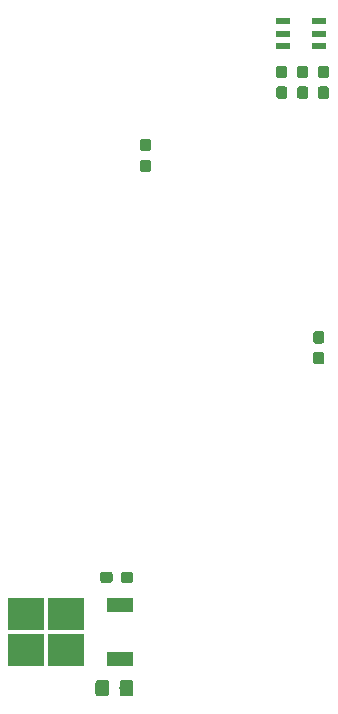
<source format=gbr>
G04 #@! TF.GenerationSoftware,KiCad,Pcbnew,(5.1.4-0-10_14)*
G04 #@! TF.CreationDate,2020-05-04T21:59:13+12:00*
G04 #@! TF.ProjectId,Hand Mesurement Device,48616e64-204d-4657-9375-72656d656e74,rev?*
G04 #@! TF.SameCoordinates,Original*
G04 #@! TF.FileFunction,Paste,Top*
G04 #@! TF.FilePolarity,Positive*
%FSLAX46Y46*%
G04 Gerber Fmt 4.6, Leading zero omitted, Abs format (unit mm)*
G04 Created by KiCad (PCBNEW (5.1.4-0-10_14)) date 2020-05-04 21:59:13*
%MOMM*%
%LPD*%
G04 APERTURE LIST*
%ADD10C,0.100000*%
%ADD11C,0.950000*%
%ADD12C,1.150000*%
%ADD13R,1.200000X0.600000*%
%ADD14R,2.200000X1.200000*%
%ADD15R,3.050000X2.750000*%
G04 APERTURE END LIST*
D10*
G36*
X150673279Y-75851144D02*
G01*
X150696334Y-75854563D01*
X150718943Y-75860227D01*
X150740887Y-75868079D01*
X150761957Y-75878044D01*
X150781948Y-75890026D01*
X150800668Y-75903910D01*
X150817938Y-75919562D01*
X150833590Y-75936832D01*
X150847474Y-75955552D01*
X150859456Y-75975543D01*
X150869421Y-75996613D01*
X150877273Y-76018557D01*
X150882937Y-76041166D01*
X150886356Y-76064221D01*
X150887500Y-76087500D01*
X150887500Y-76662500D01*
X150886356Y-76685779D01*
X150882937Y-76708834D01*
X150877273Y-76731443D01*
X150869421Y-76753387D01*
X150859456Y-76774457D01*
X150847474Y-76794448D01*
X150833590Y-76813168D01*
X150817938Y-76830438D01*
X150800668Y-76846090D01*
X150781948Y-76859974D01*
X150761957Y-76871956D01*
X150740887Y-76881921D01*
X150718943Y-76889773D01*
X150696334Y-76895437D01*
X150673279Y-76898856D01*
X150650000Y-76900000D01*
X150175000Y-76900000D01*
X150151721Y-76898856D01*
X150128666Y-76895437D01*
X150106057Y-76889773D01*
X150084113Y-76881921D01*
X150063043Y-76871956D01*
X150043052Y-76859974D01*
X150024332Y-76846090D01*
X150007062Y-76830438D01*
X149991410Y-76813168D01*
X149977526Y-76794448D01*
X149965544Y-76774457D01*
X149955579Y-76753387D01*
X149947727Y-76731443D01*
X149942063Y-76708834D01*
X149938644Y-76685779D01*
X149937500Y-76662500D01*
X149937500Y-76087500D01*
X149938644Y-76064221D01*
X149942063Y-76041166D01*
X149947727Y-76018557D01*
X149955579Y-75996613D01*
X149965544Y-75975543D01*
X149977526Y-75955552D01*
X149991410Y-75936832D01*
X150007062Y-75919562D01*
X150024332Y-75903910D01*
X150043052Y-75890026D01*
X150063043Y-75878044D01*
X150084113Y-75868079D01*
X150106057Y-75860227D01*
X150128666Y-75854563D01*
X150151721Y-75851144D01*
X150175000Y-75850000D01*
X150650000Y-75850000D01*
X150673279Y-75851144D01*
X150673279Y-75851144D01*
G37*
D11*
X150412500Y-76375000D03*
D10*
G36*
X150673279Y-74101144D02*
G01*
X150696334Y-74104563D01*
X150718943Y-74110227D01*
X150740887Y-74118079D01*
X150761957Y-74128044D01*
X150781948Y-74140026D01*
X150800668Y-74153910D01*
X150817938Y-74169562D01*
X150833590Y-74186832D01*
X150847474Y-74205552D01*
X150859456Y-74225543D01*
X150869421Y-74246613D01*
X150877273Y-74268557D01*
X150882937Y-74291166D01*
X150886356Y-74314221D01*
X150887500Y-74337500D01*
X150887500Y-74912500D01*
X150886356Y-74935779D01*
X150882937Y-74958834D01*
X150877273Y-74981443D01*
X150869421Y-75003387D01*
X150859456Y-75024457D01*
X150847474Y-75044448D01*
X150833590Y-75063168D01*
X150817938Y-75080438D01*
X150800668Y-75096090D01*
X150781948Y-75109974D01*
X150761957Y-75121956D01*
X150740887Y-75131921D01*
X150718943Y-75139773D01*
X150696334Y-75145437D01*
X150673279Y-75148856D01*
X150650000Y-75150000D01*
X150175000Y-75150000D01*
X150151721Y-75148856D01*
X150128666Y-75145437D01*
X150106057Y-75139773D01*
X150084113Y-75131921D01*
X150063043Y-75121956D01*
X150043052Y-75109974D01*
X150024332Y-75096090D01*
X150007062Y-75080438D01*
X149991410Y-75063168D01*
X149977526Y-75044448D01*
X149965544Y-75024457D01*
X149955579Y-75003387D01*
X149947727Y-74981443D01*
X149942063Y-74958834D01*
X149938644Y-74935779D01*
X149937500Y-74912500D01*
X149937500Y-74337500D01*
X149938644Y-74314221D01*
X149942063Y-74291166D01*
X149947727Y-74268557D01*
X149955579Y-74246613D01*
X149965544Y-74225543D01*
X149977526Y-74205552D01*
X149991410Y-74186832D01*
X150007062Y-74169562D01*
X150024332Y-74153910D01*
X150043052Y-74140026D01*
X150063043Y-74128044D01*
X150084113Y-74118079D01*
X150106057Y-74110227D01*
X150128666Y-74104563D01*
X150151721Y-74101144D01*
X150175000Y-74100000D01*
X150650000Y-74100000D01*
X150673279Y-74101144D01*
X150673279Y-74101144D01*
G37*
D11*
X150412500Y-74625000D03*
D10*
G36*
X134105779Y-116946144D02*
G01*
X134128834Y-116949563D01*
X134151443Y-116955227D01*
X134173387Y-116963079D01*
X134194457Y-116973044D01*
X134214448Y-116985026D01*
X134233168Y-116998910D01*
X134250438Y-117014562D01*
X134266090Y-117031832D01*
X134279974Y-117050552D01*
X134291956Y-117070543D01*
X134301921Y-117091613D01*
X134309773Y-117113557D01*
X134315437Y-117136166D01*
X134318856Y-117159221D01*
X134320000Y-117182500D01*
X134320000Y-117657500D01*
X134318856Y-117680779D01*
X134315437Y-117703834D01*
X134309773Y-117726443D01*
X134301921Y-117748387D01*
X134291956Y-117769457D01*
X134279974Y-117789448D01*
X134266090Y-117808168D01*
X134250438Y-117825438D01*
X134233168Y-117841090D01*
X134214448Y-117854974D01*
X134194457Y-117866956D01*
X134173387Y-117876921D01*
X134151443Y-117884773D01*
X134128834Y-117890437D01*
X134105779Y-117893856D01*
X134082500Y-117895000D01*
X133507500Y-117895000D01*
X133484221Y-117893856D01*
X133461166Y-117890437D01*
X133438557Y-117884773D01*
X133416613Y-117876921D01*
X133395543Y-117866956D01*
X133375552Y-117854974D01*
X133356832Y-117841090D01*
X133339562Y-117825438D01*
X133323910Y-117808168D01*
X133310026Y-117789448D01*
X133298044Y-117769457D01*
X133288079Y-117748387D01*
X133280227Y-117726443D01*
X133274563Y-117703834D01*
X133271144Y-117680779D01*
X133270000Y-117657500D01*
X133270000Y-117182500D01*
X133271144Y-117159221D01*
X133274563Y-117136166D01*
X133280227Y-117113557D01*
X133288079Y-117091613D01*
X133298044Y-117070543D01*
X133310026Y-117050552D01*
X133323910Y-117031832D01*
X133339562Y-117014562D01*
X133356832Y-116998910D01*
X133375552Y-116985026D01*
X133395543Y-116973044D01*
X133416613Y-116963079D01*
X133438557Y-116955227D01*
X133461166Y-116949563D01*
X133484221Y-116946144D01*
X133507500Y-116945000D01*
X134082500Y-116945000D01*
X134105779Y-116946144D01*
X134105779Y-116946144D01*
G37*
D11*
X133795000Y-117420000D03*
D10*
G36*
X135855779Y-116946144D02*
G01*
X135878834Y-116949563D01*
X135901443Y-116955227D01*
X135923387Y-116963079D01*
X135944457Y-116973044D01*
X135964448Y-116985026D01*
X135983168Y-116998910D01*
X136000438Y-117014562D01*
X136016090Y-117031832D01*
X136029974Y-117050552D01*
X136041956Y-117070543D01*
X136051921Y-117091613D01*
X136059773Y-117113557D01*
X136065437Y-117136166D01*
X136068856Y-117159221D01*
X136070000Y-117182500D01*
X136070000Y-117657500D01*
X136068856Y-117680779D01*
X136065437Y-117703834D01*
X136059773Y-117726443D01*
X136051921Y-117748387D01*
X136041956Y-117769457D01*
X136029974Y-117789448D01*
X136016090Y-117808168D01*
X136000438Y-117825438D01*
X135983168Y-117841090D01*
X135964448Y-117854974D01*
X135944457Y-117866956D01*
X135923387Y-117876921D01*
X135901443Y-117884773D01*
X135878834Y-117890437D01*
X135855779Y-117893856D01*
X135832500Y-117895000D01*
X135257500Y-117895000D01*
X135234221Y-117893856D01*
X135211166Y-117890437D01*
X135188557Y-117884773D01*
X135166613Y-117876921D01*
X135145543Y-117866956D01*
X135125552Y-117854974D01*
X135106832Y-117841090D01*
X135089562Y-117825438D01*
X135073910Y-117808168D01*
X135060026Y-117789448D01*
X135048044Y-117769457D01*
X135038079Y-117748387D01*
X135030227Y-117726443D01*
X135024563Y-117703834D01*
X135021144Y-117680779D01*
X135020000Y-117657500D01*
X135020000Y-117182500D01*
X135021144Y-117159221D01*
X135024563Y-117136166D01*
X135030227Y-117113557D01*
X135038079Y-117091613D01*
X135048044Y-117070543D01*
X135060026Y-117050552D01*
X135073910Y-117031832D01*
X135089562Y-117014562D01*
X135106832Y-116998910D01*
X135125552Y-116985026D01*
X135145543Y-116973044D01*
X135166613Y-116963079D01*
X135188557Y-116955227D01*
X135211166Y-116949563D01*
X135234221Y-116946144D01*
X135257500Y-116945000D01*
X135832500Y-116945000D01*
X135855779Y-116946144D01*
X135855779Y-116946144D01*
G37*
D11*
X135545000Y-117420000D03*
D10*
G36*
X137368879Y-82051144D02*
G01*
X137391934Y-82054563D01*
X137414543Y-82060227D01*
X137436487Y-82068079D01*
X137457557Y-82078044D01*
X137477548Y-82090026D01*
X137496268Y-82103910D01*
X137513538Y-82119562D01*
X137529190Y-82136832D01*
X137543074Y-82155552D01*
X137555056Y-82175543D01*
X137565021Y-82196613D01*
X137572873Y-82218557D01*
X137578537Y-82241166D01*
X137581956Y-82264221D01*
X137583100Y-82287500D01*
X137583100Y-82862500D01*
X137581956Y-82885779D01*
X137578537Y-82908834D01*
X137572873Y-82931443D01*
X137565021Y-82953387D01*
X137555056Y-82974457D01*
X137543074Y-82994448D01*
X137529190Y-83013168D01*
X137513538Y-83030438D01*
X137496268Y-83046090D01*
X137477548Y-83059974D01*
X137457557Y-83071956D01*
X137436487Y-83081921D01*
X137414543Y-83089773D01*
X137391934Y-83095437D01*
X137368879Y-83098856D01*
X137345600Y-83100000D01*
X136870600Y-83100000D01*
X136847321Y-83098856D01*
X136824266Y-83095437D01*
X136801657Y-83089773D01*
X136779713Y-83081921D01*
X136758643Y-83071956D01*
X136738652Y-83059974D01*
X136719932Y-83046090D01*
X136702662Y-83030438D01*
X136687010Y-83013168D01*
X136673126Y-82994448D01*
X136661144Y-82974457D01*
X136651179Y-82953387D01*
X136643327Y-82931443D01*
X136637663Y-82908834D01*
X136634244Y-82885779D01*
X136633100Y-82862500D01*
X136633100Y-82287500D01*
X136634244Y-82264221D01*
X136637663Y-82241166D01*
X136643327Y-82218557D01*
X136651179Y-82196613D01*
X136661144Y-82175543D01*
X136673126Y-82155552D01*
X136687010Y-82136832D01*
X136702662Y-82119562D01*
X136719932Y-82103910D01*
X136738652Y-82090026D01*
X136758643Y-82078044D01*
X136779713Y-82068079D01*
X136801657Y-82060227D01*
X136824266Y-82054563D01*
X136847321Y-82051144D01*
X136870600Y-82050000D01*
X137345600Y-82050000D01*
X137368879Y-82051144D01*
X137368879Y-82051144D01*
G37*
D11*
X137108100Y-82575000D03*
D10*
G36*
X137368879Y-80301144D02*
G01*
X137391934Y-80304563D01*
X137414543Y-80310227D01*
X137436487Y-80318079D01*
X137457557Y-80328044D01*
X137477548Y-80340026D01*
X137496268Y-80353910D01*
X137513538Y-80369562D01*
X137529190Y-80386832D01*
X137543074Y-80405552D01*
X137555056Y-80425543D01*
X137565021Y-80446613D01*
X137572873Y-80468557D01*
X137578537Y-80491166D01*
X137581956Y-80514221D01*
X137583100Y-80537500D01*
X137583100Y-81112500D01*
X137581956Y-81135779D01*
X137578537Y-81158834D01*
X137572873Y-81181443D01*
X137565021Y-81203387D01*
X137555056Y-81224457D01*
X137543074Y-81244448D01*
X137529190Y-81263168D01*
X137513538Y-81280438D01*
X137496268Y-81296090D01*
X137477548Y-81309974D01*
X137457557Y-81321956D01*
X137436487Y-81331921D01*
X137414543Y-81339773D01*
X137391934Y-81345437D01*
X137368879Y-81348856D01*
X137345600Y-81350000D01*
X136870600Y-81350000D01*
X136847321Y-81348856D01*
X136824266Y-81345437D01*
X136801657Y-81339773D01*
X136779713Y-81331921D01*
X136758643Y-81321956D01*
X136738652Y-81309974D01*
X136719932Y-81296090D01*
X136702662Y-81280438D01*
X136687010Y-81263168D01*
X136673126Y-81244448D01*
X136661144Y-81224457D01*
X136651179Y-81203387D01*
X136643327Y-81181443D01*
X136637663Y-81158834D01*
X136634244Y-81135779D01*
X136633100Y-81112500D01*
X136633100Y-80537500D01*
X136634244Y-80514221D01*
X136637663Y-80491166D01*
X136643327Y-80468557D01*
X136651179Y-80446613D01*
X136661144Y-80425543D01*
X136673126Y-80405552D01*
X136687010Y-80386832D01*
X136702662Y-80369562D01*
X136719932Y-80353910D01*
X136738652Y-80340026D01*
X136758643Y-80328044D01*
X136779713Y-80318079D01*
X136801657Y-80310227D01*
X136824266Y-80304563D01*
X136847321Y-80301144D01*
X136870600Y-80300000D01*
X137345600Y-80300000D01*
X137368879Y-80301144D01*
X137368879Y-80301144D01*
G37*
D11*
X137108100Y-80825000D03*
D10*
G36*
X152435779Y-74101144D02*
G01*
X152458834Y-74104563D01*
X152481443Y-74110227D01*
X152503387Y-74118079D01*
X152524457Y-74128044D01*
X152544448Y-74140026D01*
X152563168Y-74153910D01*
X152580438Y-74169562D01*
X152596090Y-74186832D01*
X152609974Y-74205552D01*
X152621956Y-74225543D01*
X152631921Y-74246613D01*
X152639773Y-74268557D01*
X152645437Y-74291166D01*
X152648856Y-74314221D01*
X152650000Y-74337500D01*
X152650000Y-74912500D01*
X152648856Y-74935779D01*
X152645437Y-74958834D01*
X152639773Y-74981443D01*
X152631921Y-75003387D01*
X152621956Y-75024457D01*
X152609974Y-75044448D01*
X152596090Y-75063168D01*
X152580438Y-75080438D01*
X152563168Y-75096090D01*
X152544448Y-75109974D01*
X152524457Y-75121956D01*
X152503387Y-75131921D01*
X152481443Y-75139773D01*
X152458834Y-75145437D01*
X152435779Y-75148856D01*
X152412500Y-75150000D01*
X151937500Y-75150000D01*
X151914221Y-75148856D01*
X151891166Y-75145437D01*
X151868557Y-75139773D01*
X151846613Y-75131921D01*
X151825543Y-75121956D01*
X151805552Y-75109974D01*
X151786832Y-75096090D01*
X151769562Y-75080438D01*
X151753910Y-75063168D01*
X151740026Y-75044448D01*
X151728044Y-75024457D01*
X151718079Y-75003387D01*
X151710227Y-74981443D01*
X151704563Y-74958834D01*
X151701144Y-74935779D01*
X151700000Y-74912500D01*
X151700000Y-74337500D01*
X151701144Y-74314221D01*
X151704563Y-74291166D01*
X151710227Y-74268557D01*
X151718079Y-74246613D01*
X151728044Y-74225543D01*
X151740026Y-74205552D01*
X151753910Y-74186832D01*
X151769562Y-74169562D01*
X151786832Y-74153910D01*
X151805552Y-74140026D01*
X151825543Y-74128044D01*
X151846613Y-74118079D01*
X151868557Y-74110227D01*
X151891166Y-74104563D01*
X151914221Y-74101144D01*
X151937500Y-74100000D01*
X152412500Y-74100000D01*
X152435779Y-74101144D01*
X152435779Y-74101144D01*
G37*
D11*
X152175000Y-74625000D03*
D10*
G36*
X152435779Y-75851144D02*
G01*
X152458834Y-75854563D01*
X152481443Y-75860227D01*
X152503387Y-75868079D01*
X152524457Y-75878044D01*
X152544448Y-75890026D01*
X152563168Y-75903910D01*
X152580438Y-75919562D01*
X152596090Y-75936832D01*
X152609974Y-75955552D01*
X152621956Y-75975543D01*
X152631921Y-75996613D01*
X152639773Y-76018557D01*
X152645437Y-76041166D01*
X152648856Y-76064221D01*
X152650000Y-76087500D01*
X152650000Y-76662500D01*
X152648856Y-76685779D01*
X152645437Y-76708834D01*
X152639773Y-76731443D01*
X152631921Y-76753387D01*
X152621956Y-76774457D01*
X152609974Y-76794448D01*
X152596090Y-76813168D01*
X152580438Y-76830438D01*
X152563168Y-76846090D01*
X152544448Y-76859974D01*
X152524457Y-76871956D01*
X152503387Y-76881921D01*
X152481443Y-76889773D01*
X152458834Y-76895437D01*
X152435779Y-76898856D01*
X152412500Y-76900000D01*
X151937500Y-76900000D01*
X151914221Y-76898856D01*
X151891166Y-76895437D01*
X151868557Y-76889773D01*
X151846613Y-76881921D01*
X151825543Y-76871956D01*
X151805552Y-76859974D01*
X151786832Y-76846090D01*
X151769562Y-76830438D01*
X151753910Y-76813168D01*
X151740026Y-76794448D01*
X151728044Y-76774457D01*
X151718079Y-76753387D01*
X151710227Y-76731443D01*
X151704563Y-76708834D01*
X151701144Y-76685779D01*
X151700000Y-76662500D01*
X151700000Y-76087500D01*
X151701144Y-76064221D01*
X151704563Y-76041166D01*
X151710227Y-76018557D01*
X151718079Y-75996613D01*
X151728044Y-75975543D01*
X151740026Y-75955552D01*
X151753910Y-75936832D01*
X151769562Y-75919562D01*
X151786832Y-75903910D01*
X151805552Y-75890026D01*
X151825543Y-75878044D01*
X151846613Y-75868079D01*
X151868557Y-75860227D01*
X151891166Y-75854563D01*
X151914221Y-75851144D01*
X151937500Y-75850000D01*
X152412500Y-75850000D01*
X152435779Y-75851144D01*
X152435779Y-75851144D01*
G37*
D11*
X152175000Y-76375000D03*
D10*
G36*
X148910779Y-75851144D02*
G01*
X148933834Y-75854563D01*
X148956443Y-75860227D01*
X148978387Y-75868079D01*
X148999457Y-75878044D01*
X149019448Y-75890026D01*
X149038168Y-75903910D01*
X149055438Y-75919562D01*
X149071090Y-75936832D01*
X149084974Y-75955552D01*
X149096956Y-75975543D01*
X149106921Y-75996613D01*
X149114773Y-76018557D01*
X149120437Y-76041166D01*
X149123856Y-76064221D01*
X149125000Y-76087500D01*
X149125000Y-76662500D01*
X149123856Y-76685779D01*
X149120437Y-76708834D01*
X149114773Y-76731443D01*
X149106921Y-76753387D01*
X149096956Y-76774457D01*
X149084974Y-76794448D01*
X149071090Y-76813168D01*
X149055438Y-76830438D01*
X149038168Y-76846090D01*
X149019448Y-76859974D01*
X148999457Y-76871956D01*
X148978387Y-76881921D01*
X148956443Y-76889773D01*
X148933834Y-76895437D01*
X148910779Y-76898856D01*
X148887500Y-76900000D01*
X148412500Y-76900000D01*
X148389221Y-76898856D01*
X148366166Y-76895437D01*
X148343557Y-76889773D01*
X148321613Y-76881921D01*
X148300543Y-76871956D01*
X148280552Y-76859974D01*
X148261832Y-76846090D01*
X148244562Y-76830438D01*
X148228910Y-76813168D01*
X148215026Y-76794448D01*
X148203044Y-76774457D01*
X148193079Y-76753387D01*
X148185227Y-76731443D01*
X148179563Y-76708834D01*
X148176144Y-76685779D01*
X148175000Y-76662500D01*
X148175000Y-76087500D01*
X148176144Y-76064221D01*
X148179563Y-76041166D01*
X148185227Y-76018557D01*
X148193079Y-75996613D01*
X148203044Y-75975543D01*
X148215026Y-75955552D01*
X148228910Y-75936832D01*
X148244562Y-75919562D01*
X148261832Y-75903910D01*
X148280552Y-75890026D01*
X148300543Y-75878044D01*
X148321613Y-75868079D01*
X148343557Y-75860227D01*
X148366166Y-75854563D01*
X148389221Y-75851144D01*
X148412500Y-75850000D01*
X148887500Y-75850000D01*
X148910779Y-75851144D01*
X148910779Y-75851144D01*
G37*
D11*
X148650000Y-76375000D03*
D10*
G36*
X148910779Y-74101144D02*
G01*
X148933834Y-74104563D01*
X148956443Y-74110227D01*
X148978387Y-74118079D01*
X148999457Y-74128044D01*
X149019448Y-74140026D01*
X149038168Y-74153910D01*
X149055438Y-74169562D01*
X149071090Y-74186832D01*
X149084974Y-74205552D01*
X149096956Y-74225543D01*
X149106921Y-74246613D01*
X149114773Y-74268557D01*
X149120437Y-74291166D01*
X149123856Y-74314221D01*
X149125000Y-74337500D01*
X149125000Y-74912500D01*
X149123856Y-74935779D01*
X149120437Y-74958834D01*
X149114773Y-74981443D01*
X149106921Y-75003387D01*
X149096956Y-75024457D01*
X149084974Y-75044448D01*
X149071090Y-75063168D01*
X149055438Y-75080438D01*
X149038168Y-75096090D01*
X149019448Y-75109974D01*
X148999457Y-75121956D01*
X148978387Y-75131921D01*
X148956443Y-75139773D01*
X148933834Y-75145437D01*
X148910779Y-75148856D01*
X148887500Y-75150000D01*
X148412500Y-75150000D01*
X148389221Y-75148856D01*
X148366166Y-75145437D01*
X148343557Y-75139773D01*
X148321613Y-75131921D01*
X148300543Y-75121956D01*
X148280552Y-75109974D01*
X148261832Y-75096090D01*
X148244562Y-75080438D01*
X148228910Y-75063168D01*
X148215026Y-75044448D01*
X148203044Y-75024457D01*
X148193079Y-75003387D01*
X148185227Y-74981443D01*
X148179563Y-74958834D01*
X148176144Y-74935779D01*
X148175000Y-74912500D01*
X148175000Y-74337500D01*
X148176144Y-74314221D01*
X148179563Y-74291166D01*
X148185227Y-74268557D01*
X148193079Y-74246613D01*
X148203044Y-74225543D01*
X148215026Y-74205552D01*
X148228910Y-74186832D01*
X148244562Y-74169562D01*
X148261832Y-74153910D01*
X148280552Y-74140026D01*
X148300543Y-74128044D01*
X148321613Y-74118079D01*
X148343557Y-74110227D01*
X148366166Y-74104563D01*
X148389221Y-74101144D01*
X148412500Y-74100000D01*
X148887500Y-74100000D01*
X148910779Y-74101144D01*
X148910779Y-74101144D01*
G37*
D11*
X148650000Y-74625000D03*
D10*
G36*
X135844505Y-126101204D02*
G01*
X135868773Y-126104804D01*
X135892572Y-126110765D01*
X135915671Y-126119030D01*
X135937850Y-126129520D01*
X135958893Y-126142132D01*
X135978599Y-126156747D01*
X135996777Y-126173223D01*
X136013253Y-126191401D01*
X136027868Y-126211107D01*
X136040480Y-126232150D01*
X136050970Y-126254329D01*
X136059235Y-126277428D01*
X136065196Y-126301227D01*
X136068796Y-126325495D01*
X136070000Y-126349999D01*
X136070000Y-127250001D01*
X136068796Y-127274505D01*
X136065196Y-127298773D01*
X136059235Y-127322572D01*
X136050970Y-127345671D01*
X136040480Y-127367850D01*
X136027868Y-127388893D01*
X136013253Y-127408599D01*
X135996777Y-127426777D01*
X135978599Y-127443253D01*
X135958893Y-127457868D01*
X135937850Y-127470480D01*
X135915671Y-127480970D01*
X135892572Y-127489235D01*
X135868773Y-127495196D01*
X135844505Y-127498796D01*
X135820001Y-127500000D01*
X135169999Y-127500000D01*
X135145495Y-127498796D01*
X135121227Y-127495196D01*
X135097428Y-127489235D01*
X135074329Y-127480970D01*
X135052150Y-127470480D01*
X135031107Y-127457868D01*
X135011401Y-127443253D01*
X134993223Y-127426777D01*
X134976747Y-127408599D01*
X134962132Y-127388893D01*
X134949520Y-127367850D01*
X134939030Y-127345671D01*
X134930765Y-127322572D01*
X134924804Y-127298773D01*
X134921204Y-127274505D01*
X134920000Y-127250001D01*
X134920000Y-126349999D01*
X134921204Y-126325495D01*
X134924804Y-126301227D01*
X134930765Y-126277428D01*
X134939030Y-126254329D01*
X134949520Y-126232150D01*
X134962132Y-126211107D01*
X134976747Y-126191401D01*
X134993223Y-126173223D01*
X135011401Y-126156747D01*
X135031107Y-126142132D01*
X135052150Y-126129520D01*
X135074329Y-126119030D01*
X135097428Y-126110765D01*
X135121227Y-126104804D01*
X135145495Y-126101204D01*
X135169999Y-126100000D01*
X135820001Y-126100000D01*
X135844505Y-126101204D01*
X135844505Y-126101204D01*
G37*
D12*
X135495000Y-126800000D03*
D10*
G36*
X133794505Y-126101204D02*
G01*
X133818773Y-126104804D01*
X133842572Y-126110765D01*
X133865671Y-126119030D01*
X133887850Y-126129520D01*
X133908893Y-126142132D01*
X133928599Y-126156747D01*
X133946777Y-126173223D01*
X133963253Y-126191401D01*
X133977868Y-126211107D01*
X133990480Y-126232150D01*
X134000970Y-126254329D01*
X134009235Y-126277428D01*
X134015196Y-126301227D01*
X134018796Y-126325495D01*
X134020000Y-126349999D01*
X134020000Y-127250001D01*
X134018796Y-127274505D01*
X134015196Y-127298773D01*
X134009235Y-127322572D01*
X134000970Y-127345671D01*
X133990480Y-127367850D01*
X133977868Y-127388893D01*
X133963253Y-127408599D01*
X133946777Y-127426777D01*
X133928599Y-127443253D01*
X133908893Y-127457868D01*
X133887850Y-127470480D01*
X133865671Y-127480970D01*
X133842572Y-127489235D01*
X133818773Y-127495196D01*
X133794505Y-127498796D01*
X133770001Y-127500000D01*
X133119999Y-127500000D01*
X133095495Y-127498796D01*
X133071227Y-127495196D01*
X133047428Y-127489235D01*
X133024329Y-127480970D01*
X133002150Y-127470480D01*
X132981107Y-127457868D01*
X132961401Y-127443253D01*
X132943223Y-127426777D01*
X132926747Y-127408599D01*
X132912132Y-127388893D01*
X132899520Y-127367850D01*
X132889030Y-127345671D01*
X132880765Y-127322572D01*
X132874804Y-127298773D01*
X132871204Y-127274505D01*
X132870000Y-127250001D01*
X132870000Y-126349999D01*
X132871204Y-126325495D01*
X132874804Y-126301227D01*
X132880765Y-126277428D01*
X132889030Y-126254329D01*
X132899520Y-126232150D01*
X132912132Y-126211107D01*
X132926747Y-126191401D01*
X132943223Y-126173223D01*
X132961401Y-126156747D01*
X132981107Y-126142132D01*
X133002150Y-126129520D01*
X133024329Y-126119030D01*
X133047428Y-126110765D01*
X133071227Y-126104804D01*
X133095495Y-126101204D01*
X133119999Y-126100000D01*
X133770001Y-126100000D01*
X133794505Y-126101204D01*
X133794505Y-126101204D01*
G37*
D12*
X133445000Y-126800000D03*
D13*
X148785500Y-70275000D03*
X148785500Y-71375000D03*
X148785500Y-72475000D03*
X151785500Y-70275000D03*
X151785500Y-72475000D03*
X151785500Y-71375000D03*
D10*
G36*
X152035779Y-96576144D02*
G01*
X152058834Y-96579563D01*
X152081443Y-96585227D01*
X152103387Y-96593079D01*
X152124457Y-96603044D01*
X152144448Y-96615026D01*
X152163168Y-96628910D01*
X152180438Y-96644562D01*
X152196090Y-96661832D01*
X152209974Y-96680552D01*
X152221956Y-96700543D01*
X152231921Y-96721613D01*
X152239773Y-96743557D01*
X152245437Y-96766166D01*
X152248856Y-96789221D01*
X152250000Y-96812500D01*
X152250000Y-97387500D01*
X152248856Y-97410779D01*
X152245437Y-97433834D01*
X152239773Y-97456443D01*
X152231921Y-97478387D01*
X152221956Y-97499457D01*
X152209974Y-97519448D01*
X152196090Y-97538168D01*
X152180438Y-97555438D01*
X152163168Y-97571090D01*
X152144448Y-97584974D01*
X152124457Y-97596956D01*
X152103387Y-97606921D01*
X152081443Y-97614773D01*
X152058834Y-97620437D01*
X152035779Y-97623856D01*
X152012500Y-97625000D01*
X151537500Y-97625000D01*
X151514221Y-97623856D01*
X151491166Y-97620437D01*
X151468557Y-97614773D01*
X151446613Y-97606921D01*
X151425543Y-97596956D01*
X151405552Y-97584974D01*
X151386832Y-97571090D01*
X151369562Y-97555438D01*
X151353910Y-97538168D01*
X151340026Y-97519448D01*
X151328044Y-97499457D01*
X151318079Y-97478387D01*
X151310227Y-97456443D01*
X151304563Y-97433834D01*
X151301144Y-97410779D01*
X151300000Y-97387500D01*
X151300000Y-96812500D01*
X151301144Y-96789221D01*
X151304563Y-96766166D01*
X151310227Y-96743557D01*
X151318079Y-96721613D01*
X151328044Y-96700543D01*
X151340026Y-96680552D01*
X151353910Y-96661832D01*
X151369562Y-96644562D01*
X151386832Y-96628910D01*
X151405552Y-96615026D01*
X151425543Y-96603044D01*
X151446613Y-96593079D01*
X151468557Y-96585227D01*
X151491166Y-96579563D01*
X151514221Y-96576144D01*
X151537500Y-96575000D01*
X152012500Y-96575000D01*
X152035779Y-96576144D01*
X152035779Y-96576144D01*
G37*
D11*
X151775000Y-97100000D03*
D10*
G36*
X152035779Y-98326144D02*
G01*
X152058834Y-98329563D01*
X152081443Y-98335227D01*
X152103387Y-98343079D01*
X152124457Y-98353044D01*
X152144448Y-98365026D01*
X152163168Y-98378910D01*
X152180438Y-98394562D01*
X152196090Y-98411832D01*
X152209974Y-98430552D01*
X152221956Y-98450543D01*
X152231921Y-98471613D01*
X152239773Y-98493557D01*
X152245437Y-98516166D01*
X152248856Y-98539221D01*
X152250000Y-98562500D01*
X152250000Y-99137500D01*
X152248856Y-99160779D01*
X152245437Y-99183834D01*
X152239773Y-99206443D01*
X152231921Y-99228387D01*
X152221956Y-99249457D01*
X152209974Y-99269448D01*
X152196090Y-99288168D01*
X152180438Y-99305438D01*
X152163168Y-99321090D01*
X152144448Y-99334974D01*
X152124457Y-99346956D01*
X152103387Y-99356921D01*
X152081443Y-99364773D01*
X152058834Y-99370437D01*
X152035779Y-99373856D01*
X152012500Y-99375000D01*
X151537500Y-99375000D01*
X151514221Y-99373856D01*
X151491166Y-99370437D01*
X151468557Y-99364773D01*
X151446613Y-99356921D01*
X151425543Y-99346956D01*
X151405552Y-99334974D01*
X151386832Y-99321090D01*
X151369562Y-99305438D01*
X151353910Y-99288168D01*
X151340026Y-99269448D01*
X151328044Y-99249457D01*
X151318079Y-99228387D01*
X151310227Y-99206443D01*
X151304563Y-99183834D01*
X151301144Y-99160779D01*
X151300000Y-99137500D01*
X151300000Y-98562500D01*
X151301144Y-98539221D01*
X151304563Y-98516166D01*
X151310227Y-98493557D01*
X151318079Y-98471613D01*
X151328044Y-98450543D01*
X151340026Y-98430552D01*
X151353910Y-98411832D01*
X151369562Y-98394562D01*
X151386832Y-98378910D01*
X151405552Y-98365026D01*
X151425543Y-98353044D01*
X151446613Y-98343079D01*
X151468557Y-98335227D01*
X151491166Y-98329563D01*
X151514221Y-98326144D01*
X151537500Y-98325000D01*
X152012500Y-98325000D01*
X152035779Y-98326144D01*
X152035779Y-98326144D01*
G37*
D11*
X151775000Y-98850000D03*
D14*
X134970000Y-124350000D03*
X134970000Y-119790000D03*
D15*
X126995000Y-120545000D03*
X130345000Y-123595000D03*
X126995000Y-123595000D03*
X130345000Y-120545000D03*
M02*

</source>
